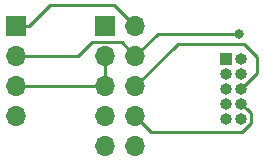
<source format=gbr>
G04 #@! TF.GenerationSoftware,KiCad,Pcbnew,(5.0.0)*
G04 #@! TF.CreationDate,2020-06-03T16:47:07-06:00*
G04 #@! TF.ProjectId,JlinkMini2TC2050,4A6C696E6B4D696E6932544332303530,rev?*
G04 #@! TF.SameCoordinates,Original*
G04 #@! TF.FileFunction,Copper,L1,Top,Signal*
G04 #@! TF.FilePolarity,Positive*
%FSLAX46Y46*%
G04 Gerber Fmt 4.6, Leading zero omitted, Abs format (unit mm)*
G04 Created by KiCad (PCBNEW (5.0.0)) date 06/03/20 16:47:07*
%MOMM*%
%LPD*%
G01*
G04 APERTURE LIST*
G04 #@! TA.AperFunction,ComponentPad*
%ADD10R,1.000000X1.000000*%
G04 #@! TD*
G04 #@! TA.AperFunction,ComponentPad*
%ADD11O,1.000000X1.000000*%
G04 #@! TD*
G04 #@! TA.AperFunction,ComponentPad*
%ADD12R,1.700000X1.700000*%
G04 #@! TD*
G04 #@! TA.AperFunction,ComponentPad*
%ADD13O,1.700000X1.700000*%
G04 #@! TD*
G04 #@! TA.AperFunction,ViaPad*
%ADD14C,0.800000*%
G04 #@! TD*
G04 #@! TA.AperFunction,Conductor*
%ADD15C,0.250000*%
G04 #@! TD*
G04 APERTURE END LIST*
D10*
G04 #@! TO.P,J1,1*
G04 #@! TO.N,VTRef*
X48260000Y-36830000D03*
D11*
G04 #@! TO.P,J1,2*
G04 #@! TO.N,SWDIO*
X49530000Y-36830000D03*
G04 #@! TO.P,J1,3*
G04 #@! TO.N,GND*
X48260000Y-38100000D03*
G04 #@! TO.P,J1,4*
G04 #@! TO.N,SWDCLK*
X49530000Y-38100000D03*
G04 #@! TO.P,J1,5*
G04 #@! TO.N,GND*
X48260000Y-39370000D03*
G04 #@! TO.P,J1,6*
G04 #@! TO.N,SWO*
X49530000Y-39370000D03*
G04 #@! TO.P,J1,7*
G04 #@! TO.N,N/C*
X48260000Y-40640000D03*
G04 #@! TO.P,J1,8*
G04 #@! TO.N,TDI*
X49530000Y-40640000D03*
G04 #@! TO.P,J1,9*
G04 #@! TO.N,NC*
X48260000Y-41910000D03*
G04 #@! TO.P,J1,10*
G04 #@! TO.N,nRESET*
X49530000Y-41910000D03*
G04 #@! TD*
D12*
G04 #@! TO.P,J2,1*
G04 #@! TO.N,VTRef*
X38025001Y-34085001D03*
D13*
G04 #@! TO.P,J2,2*
G04 #@! TO.N,SWDIO*
X40565001Y-34085001D03*
G04 #@! TO.P,J2,3*
G04 #@! TO.N,GND*
X38025001Y-36625001D03*
G04 #@! TO.P,J2,4*
G04 #@! TO.N,SWDCLK*
X40565001Y-36625001D03*
G04 #@! TO.P,J2,5*
G04 #@! TO.N,GND*
X38025001Y-39165001D03*
G04 #@! TO.P,J2,6*
G04 #@! TO.N,SWO*
X40565001Y-39165001D03*
G04 #@! TO.P,J2,7*
G04 #@! TO.N,N/C*
X38025001Y-41705001D03*
G04 #@! TO.P,J2,8*
G04 #@! TO.N,TDI*
X40565001Y-41705001D03*
G04 #@! TO.P,J2,9*
G04 #@! TO.N,NC*
X38025001Y-44245001D03*
G04 #@! TO.P,J2,10*
G04 #@! TO.N,nRESET*
X40565001Y-44245001D03*
G04 #@! TD*
D12*
G04 #@! TO.P,J3,1*
G04 #@! TO.N,SWDIO*
X30480000Y-34085001D03*
D13*
G04 #@! TO.P,J3,2*
G04 #@! TO.N,SWDCLK*
X30480000Y-36625001D03*
G04 #@! TO.P,J3,3*
G04 #@! TO.N,GND*
X30480000Y-39165001D03*
G04 #@! TO.P,J3,4*
G04 #@! TO.N,VTRef*
X30480000Y-41705001D03*
G04 #@! TD*
D14*
G04 #@! TO.N,SWDCLK*
X49326800Y-34721800D03*
G04 #@! TD*
D15*
G04 #@! TO.N,SWDIO*
X31580000Y-34085001D02*
X33356201Y-32308800D01*
X30480000Y-34085001D02*
X31580000Y-34085001D01*
X38788800Y-32308800D02*
X40565001Y-34085001D01*
X33356201Y-32308800D02*
X38788800Y-32308800D01*
G04 #@! TO.N,GND*
X30480000Y-39165001D02*
X38025001Y-39165001D01*
X38025001Y-39165001D02*
X38025001Y-36625001D01*
G04 #@! TO.N,SWDCLK*
X39390000Y-35450000D02*
X40565001Y-36625001D01*
X36889200Y-35450000D02*
X39390000Y-35450000D01*
X30480000Y-36625001D02*
X35714199Y-36625001D01*
X35714199Y-36625001D02*
X36889200Y-35450000D01*
X48761115Y-34721800D02*
X49326800Y-34721800D01*
X42468202Y-34721800D02*
X48761115Y-34721800D01*
X40565001Y-36625001D02*
X42468202Y-34721800D01*
G04 #@! TO.N,SWO*
X40565001Y-39165001D02*
X44144602Y-35585400D01*
X49711800Y-35585400D02*
X50862398Y-36735998D01*
X50862398Y-38037602D02*
X50029999Y-38870001D01*
X50862398Y-36735998D02*
X50862398Y-38037602D01*
X44144602Y-35585400D02*
X49711800Y-35585400D01*
X50029999Y-38870001D02*
X49530000Y-39370000D01*
G04 #@! TO.N,TDI*
X40565001Y-41705001D02*
X41913000Y-43053000D01*
X50029999Y-41139999D02*
X49530000Y-40640000D01*
X50355001Y-41465001D02*
X50029999Y-41139999D01*
X50355001Y-42306001D02*
X50355001Y-41465001D01*
X49608002Y-43053000D02*
X50355001Y-42306001D01*
X41913000Y-43053000D02*
X49608002Y-43053000D01*
G04 #@! TD*
M02*

</source>
